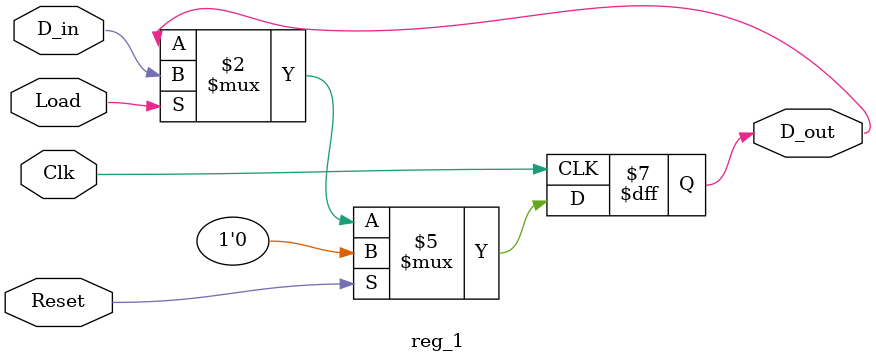
<source format=sv>

module reg_1 (input logic Clk, Reset, Load,
              input logic D_in,
              output logic D_out);

    always_ff @ (posedge Clk)
    begin
	 	 if (Reset) //notice this is a synchronous reset, which is recommended on the FPGA
			  D_out <= 1'b0;
		 else if (Load)
			  D_out <= D_in;
    end

endmodule

</source>
